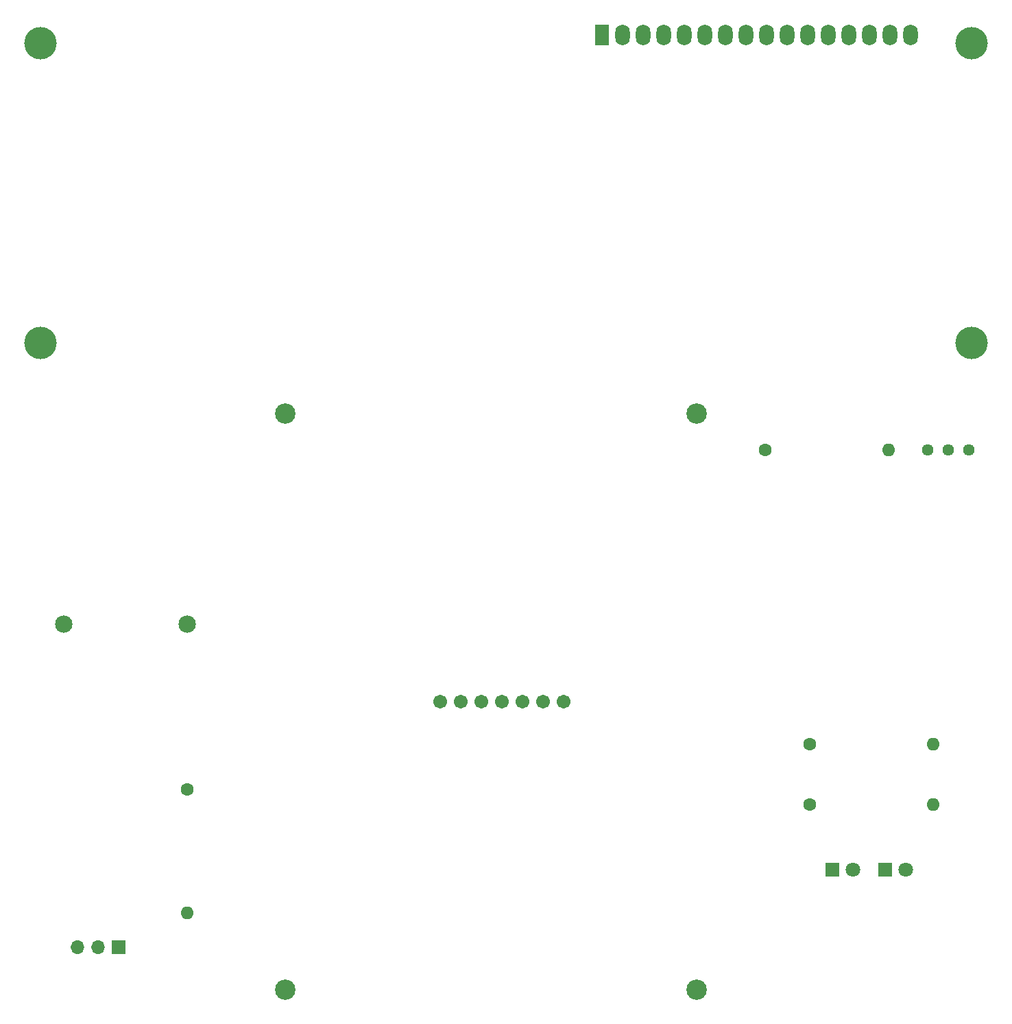
<source format=gbr>
%TF.GenerationSoftware,KiCad,Pcbnew,8.0.2*%
%TF.CreationDate,2024-07-17T11:39:07+05:30*%
%TF.ProjectId,smart lock,736d6172-7420-46c6-9f63-6b2e6b696361,v1*%
%TF.SameCoordinates,Original*%
%TF.FileFunction,Soldermask,Bot*%
%TF.FilePolarity,Negative*%
%FSLAX46Y46*%
G04 Gerber Fmt 4.6, Leading zero omitted, Abs format (unit mm)*
G04 Created by KiCad (PCBNEW 8.0.2) date 2024-07-17 11:39:07*
%MOMM*%
%LPD*%
G01*
G04 APERTURE LIST*
%ADD10R,1.800000X1.800000*%
%ADD11C,1.800000*%
%ADD12C,2.514600*%
%ADD13C,1.712000*%
%ADD14C,1.440000*%
%ADD15C,1.600000*%
%ADD16O,1.600000X1.600000*%
%ADD17C,2.154000*%
%ADD18C,4.000000*%
%ADD19R,1.800000X2.600000*%
%ADD20O,1.800000X2.600000*%
%ADD21R,1.700000X1.700000*%
%ADD22O,1.700000X1.700000*%
G04 APERTURE END LIST*
D10*
%TO.C,D1*%
X159225000Y-137250000D03*
D11*
X161765000Y-137250000D03*
%TD*%
D12*
%TO.C,MOD1*%
X91600000Y-80940000D03*
X91600000Y-152060000D03*
X142400000Y-80940000D03*
X142400000Y-152060000D03*
D13*
X126040000Y-116500000D03*
X123500000Y-116500000D03*
X120960000Y-116500000D03*
X118420000Y-116500000D03*
X115880000Y-116500000D03*
X113340000Y-116500000D03*
X110800000Y-116500000D03*
%TD*%
D14*
%TO.C,VR1*%
X176000000Y-85500000D03*
X173460000Y-85500000D03*
X170920000Y-85500000D03*
%TD*%
D10*
%TO.C,D2*%
X165725000Y-137250000D03*
D11*
X168265000Y-137250000D03*
%TD*%
D15*
%TO.C,R3*%
X156380000Y-129250000D03*
D16*
X171620000Y-129250000D03*
%TD*%
D15*
%TO.C,R2*%
X156380000Y-121750000D03*
D16*
X171620000Y-121750000D03*
%TD*%
D15*
%TO.C,R1*%
X150880000Y-85500000D03*
D16*
X166120000Y-85500000D03*
%TD*%
D17*
%TO.C,LS1*%
X64300000Y-107000000D03*
X79500000Y-107000000D03*
%TD*%
D15*
%TO.C,R4*%
X79500000Y-127380000D03*
D16*
X79500000Y-142620000D03*
%TD*%
D18*
%TO.C,DS1*%
X61379580Y-35225760D03*
X61379580Y-72225940D03*
X176380620Y-35225760D03*
X176380620Y-72225940D03*
D19*
X130780000Y-34225000D03*
D20*
X133320000Y-34225000D03*
X135860000Y-34225000D03*
X138400000Y-34225000D03*
X140940000Y-34225000D03*
X143480000Y-34225000D03*
X146020000Y-34225000D03*
X148560000Y-34225000D03*
X151100000Y-34225000D03*
X153640000Y-34225000D03*
X156180000Y-34225000D03*
X158720000Y-34225000D03*
X161260000Y-34225000D03*
X163800000Y-34225000D03*
X166340000Y-34225000D03*
X168880000Y-34225000D03*
%TD*%
D21*
%TO.C,M1*%
X71025000Y-146875000D03*
D22*
X68485000Y-146875000D03*
X65945000Y-146875000D03*
%TD*%
M02*

</source>
